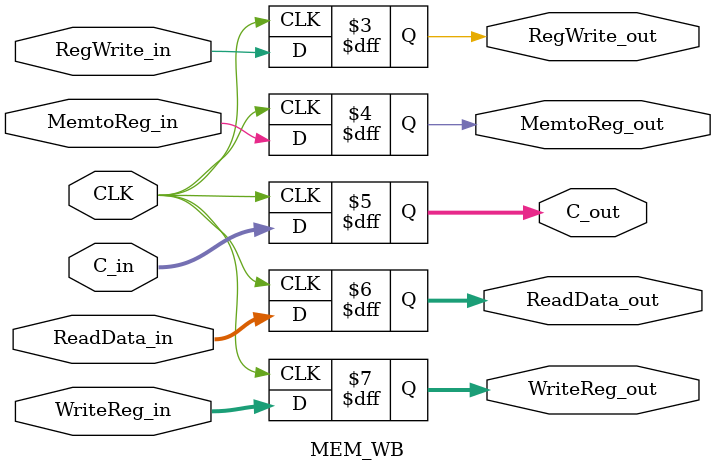
<source format=v>
`timescale 100fs/100fs

module WB_IF(PC, CLK, ENABLE, PCF);
input [31:0] PC;
input CLK, ENABLE;
output reg [31:0] PCF;

initial begin
    PCF=0;
end

always @(posedge CLK) begin
    if(ENABLE==1 && $signed(PC)>=0 )
        PCF = PC;
end
endmodule

// Simulate the IF_ID register
module IF_ID(CLK, RESET, PCplus4_in, Instr_in, PCplus4_out, Instr_out);
input CLK,RESET;
input [31:0] PCplus4_in;
input [31:0] Instr_in;
output reg [31:0] PCplus4_out;
output reg [31:0] Instr_out;

initial begin
    Instr_out <= 32'b0;                                     
    PCplus4_out <= 0;
end

always @(posedge CLK) begin
    if (RESET) begin
        Instr_out <= 32'b00000000000000000000000000000000;
        PCplus4_out <= -1; 
    end
    else begin
        Instr_out <= Instr_in;                                         
        PCplus4_out <= PCplus4_in;                      
    end
end
endmodule

// Simulate the ID_EX register
module ID_EX(CLK, RESET, RegWrite_in, MemtoReg_in, MemWrite_in, Branch_in,
ALUControl_in, ALUSrc_in, ALUSrc_sa_in, RegDst_in,
RegWrite_out, MemtoReg_out, MemWrite_out, Branch_out,
ALUControl_out, ALUSrc_out, ALUSrc_sa_out, RegDst_out,
RD1_in, RD2_in, Rt_in, Rd_in, shamt_in, SignImm_in, PCplus4_in,
RD1_out, RD2_out, Rt_out, Rd_out, shamt_out, SignImm_out, PCplus4_out);
input CLK, RESET;
input RegWrite_in, MemtoReg_in, MemWrite_in, Branch_in, ALUSrc_in, ALUSrc_sa_in, RegDst_in;
input [3:0] ALUControl_in;
input [31:0] RD1_in, RD2_in, SignImm_in, PCplus4_in;
input [4:0] Rt_in, Rd_in, shamt_in;
output reg RegWrite_out, MemtoReg_out, MemWrite_out, Branch_out, ALUSrc_out, ALUSrc_sa_out, RegDst_out;
output reg [3:0] ALUControl_out;
output reg [31:0] RD1_out, RD2_out, SignImm_out, PCplus4_out;
output reg [4:0] Rt_out, Rd_out, shamt_out;

initial begin
    RegWrite_out <= 0;
    MemtoReg_out <= 0;
    MemWrite_out <= 0;
    Branch_out <= 0;
    ALUSrc_out <= 0;
    ALUSrc_sa_out <= 0;
    RegDst_out <= 0;
    ALUControl_out <= 0;
    RD1_out <= 0;
    RD2_out <= 0;
    SignImm_out <= 0;
    PCplus4_out <= 0;
    Rt_out <= 0;
    Rd_out <= 0;
    shamt_out <= 0;
end

always @(posedge CLK) begin
    if(RESET) begin
        RegWrite_out <= 0;
        MemtoReg_out <= 0;
        MemWrite_out <= 0;
        Branch_out <= 0;
        ALUSrc_out <= 0;
        ALUSrc_sa_out <= 0;
        RegDst_out <= 0;
        ALUControl_out <= 0;
        RD1_out <= 0;
        RD2_out <= 0;
        SignImm_out <= 0;
        PCplus4_out <= -1;
        Rt_out <= 0;
        Rd_out <= 0;
        shamt_out <= 0;
    end
    else begin
        RegWrite_out <= RegWrite_in;
        MemtoReg_out <= MemtoReg_in;
        MemWrite_out <= MemWrite_in;
        Branch_out <= Branch_in;
        ALUSrc_out <= ALUSrc_in;
        ALUSrc_sa_out <= ALUSrc_sa_in;
        RegDst_out <= RegDst_in;
        ALUControl_out <= ALUControl_in;
        RD1_out <= RD1_in;
        RD2_out <= RD2_in;
        SignImm_out <= SignImm_in;
        PCplus4_out <= PCplus4_in;
        Rt_out <= Rt_in;
        Rd_out <= Rd_in;
        shamt_out <= shamt_in;
    end
end
endmodule

// Simulate the EX_MEM register
module EX_MEM(CLK, RESET, RegWrite_in, MemtoReg_in, MemWrite_in, Branch_in,
RegWrite_out, MemtoReg_out, MemWrite_out, Branch_out,
C_in, zero_in, WriteData_in, WriteReg_in, PCBranch_in,
C_out, zero_out, WriteData_out, WriteReg_out, PCBranch_out);
input CLK, RESET;
input RegWrite_in, MemtoReg_in, MemWrite_in, Branch_in;
input [31:0] C_in, WriteData_in, PCBranch_in;
input zero_in;
input [4:0] WriteReg_in;
output reg RegWrite_out, MemtoReg_out, MemWrite_out, Branch_out;
output reg [31:0] C_out, WriteData_out, PCBranch_out;
output reg zero_out;
output reg [4:0] WriteReg_out;

initial begin
    RegWrite_out <= 0;
    MemtoReg_out <= 0;
    MemWrite_out <= 0;
    Branch_out <= 0;
    C_out <= 0;
    WriteData_out <= 0;
    PCBranch_out <= 0;
    zero_out <= 0;
    WriteReg_out <= 0;
end

always @(posedge CLK) begin
    if (RESET) begin
        RegWrite_out <= 0;
        MemtoReg_out <= 0;
        MemWrite_out <= 0;
        Branch_out <= 0;
        C_out <= 0;
        WriteData_out <= 0;
        PCBranch_out <= -1;
        zero_out <= 0;
        WriteReg_out <= 0;
    end else begin
        RegWrite_out <= RegWrite_in;
        MemtoReg_out <= MemtoReg_in;
        MemWrite_out <= MemWrite_in;
        Branch_out <= Branch_in;
        C_out <= C_in;
        WriteData_out <= WriteData_in;
        PCBranch_out <= PCBranch_in;
        zero_out <= zero_in;
        WriteReg_out <= WriteReg_in;
    end
end
endmodule

// Simulate the MEM_WB register
module MEM_WB(CLK, RegWrite_in, MemtoReg_in, C_in, ReadData_in, WriteReg_in,
RegWrite_out, MemtoReg_out, C_out, ReadData_out, WriteReg_out);
input CLK;
input RegWrite_in, MemtoReg_in;
input [31:0] C_in, ReadData_in;
input [4:0] WriteReg_in;
output reg RegWrite_out, MemtoReg_out;
output reg [31:0] C_out, ReadData_out;
output reg [4:0] WriteReg_out;

initial begin
    RegWrite_out <= 0;
    MemtoReg_out <= 0;
    C_out <= 0;
    ReadData_out <= 0;
    WriteReg_out <= 0;
end

always @(posedge CLK) begin
    RegWrite_out <= RegWrite_in;
    MemtoReg_out <= MemtoReg_in;
    C_out <= C_in;
    ReadData_out <= ReadData_in;
    WriteReg_out <= WriteReg_in;
end
endmodule
</source>
